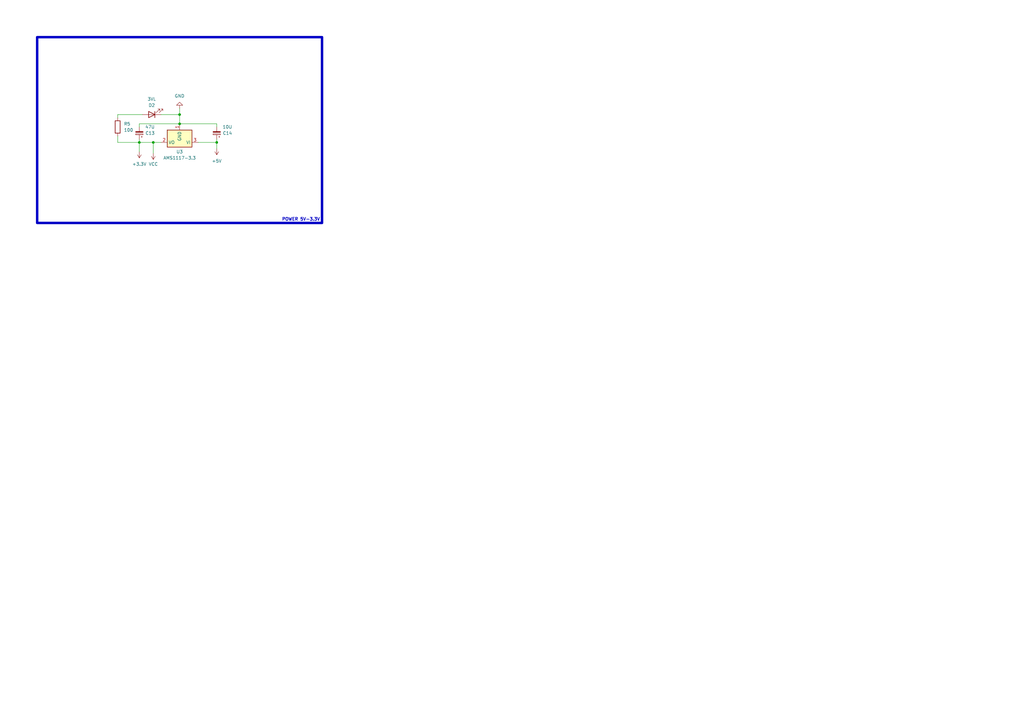
<source format=kicad_sch>
(kicad_sch (version 20231120) (generator "eeschema") (generator_version "8.0")
  (paper "A3")
  (lib_symbols
    (symbol "Device:C_Polarized_Small" (pin_numbers hide) (pin_names (offset 0.254) hide)
      (property "Reference" "C" (at 0.254 1.778 0))
      (property "Value" "C_Polarized_Small" (at 0.254 -2.032 0))
      (symbol "C_Polarized_Small_0_1"
        (rectangle (start -1.524 -0.3048) (end 1.524 -0.6858) (fill (type outline)))
        (rectangle (start -1.524 0.6858) (end 1.524 0.3048))
        (polyline (pts (xy -1.27 1.524) (xy -0.762 1.524)))
        (polyline (pts (xy -1.016 1.27) (xy -1.016 1.778)))
      )
      (symbol "C_Polarized_Small_1_1"
        (pin passive line (at 0 2.54 270) (length 1.8542) (name "~") (number "1"))
        (pin passive line (at 0 -2.54 90) (length 1.8542) (name "~") (number "2"))
      )
    )
    (symbol "Device:LED" (pin_numbers hide) (pin_names (offset 1.016) hide)
      (property "Reference" "D" (at 0 2.54 0))
      (property "Value" "LED" (at 0 -2.54 0))
      (symbol "LED_0_1"
        (polyline (pts (xy -1.27 -1.27) (xy -1.27 1.27)) (stroke (width 0.254)))
        (polyline (pts (xy -1.27 0) (xy 1.27 0)))
        (polyline (pts (xy 1.27 -1.27) (xy 1.27 1.27) (xy -1.27 0) (xy 1.27 -1.27)) (stroke (width 0.254)))
        (polyline (pts (xy -3.048 -0.762) (xy -4.572 -2.286) (xy -3.81 -2.286) (xy -4.572 -2.286) (xy -4.572 -1.524)))
        (polyline (pts (xy -1.778 -0.762) (xy -3.302 -2.286) (xy -2.54 -2.286) (xy -3.302 -2.286) (xy -3.302 -1.524)))
      )
      (symbol "LED_1_1"
        (pin passive line (at -3.81 0 0) (length 2.54) (name "K") (number "1"))
        (pin passive line (at 3.81 0 180) (length 2.54) (name "A") (number "2"))
      )
    )
    (symbol "Device:R" (pin_numbers hide) (pin_names (offset 0))
      (property "Reference" "R" (at 2.032 0 90))
      (property "Value" "R" (at 0 0 90))
      (symbol "R_0_1"
        (rectangle (start -1.016 -2.54) (end 1.016 2.54) (stroke (width 0.254)))
      )
      (symbol "R_1_1"
        (pin passive line (at 0 3.81 270) (length 1.27) (name "~") (number "1"))
        (pin passive line (at 0 -3.81 90) (length 1.27) (name "~") (number "2"))
      )
    )
    (symbol "Regulator_Linear:AMS1117-3.3"
      (property "Reference" "U" (at -3.81 3.175 0))
      (property "Value" "AMS1117-3.3" (at 0 3.175 0))
      (symbol "AMS1117-3.3_0_1"
        (rectangle (start -5.08 -5.08) (end 5.08 1.905) (stroke (width 0.254)) (fill (type background)))
      )
      (symbol "AMS1117-3.3_1_1"
        (pin power_in line (at 0 -7.62 90) (length 2.54) (name "GND") (number "1"))
        (pin power_out line (at 7.62 0 180) (length 2.54) (name "VO") (number "2"))
        (pin power_in line (at -7.62 0 0) (length 2.54) (name "VI") (number "3"))
      )
    )
    (symbol "power:+3.3V" (power) (pin_names (offset 0))
      (property "Value" "+3.3V" (at 0 3.556 0))
      (symbol "+3.3V_0_1"
        (polyline (pts (xy -0.762 1.27) (xy 0 2.54)))
        (polyline (pts (xy 0 0) (xy 0 2.54)))
        (polyline (pts (xy 0 2.54) (xy 0.762 1.27)))
      )
      (symbol "+3.3V_1_1"
        (pin power_in line (at 0 0 90) (length 0) hide (name "+3.3V") (number "1"))
      )
    )
    (symbol "power:+5V" (power) (pin_names (offset 0))
      (property "Value" "+5V" (at 0 3.556 0))
      (symbol "+5V_0_1"
        (polyline (pts (xy -0.762 1.27) (xy 0 2.54)))
        (polyline (pts (xy 0 0) (xy 0 2.54)))
        (polyline (pts (xy 0 2.54) (xy 0.762 1.27)))
      )
      (symbol "+5V_1_1"
        (pin power_in line (at 0 0 90) (length 0) hide (name "+5V") (number "1"))
      )
    )
    (symbol "power:GND" (power) (pin_names (offset 0))
      (property "Value" "GND" (at 0 -3.81 0))
      (symbol "GND_0_1"
        (polyline (pts (xy 0 0) (xy 0 -1.27) (xy 1.27 -1.27) (xy 0 -2.54) (xy -1.27 -1.27) (xy 0 -1.27)))
      )
      (symbol "GND_1_1"
        (pin power_in line (at 0 0 270) (length 0) hide (name "GND") (number "1"))
      )
    )
    (symbol "power:VCC" (power) (pin_names (offset 0))
      (property "Value" "VCC" (at 0 3.81 0))
      (symbol "VCC_0_1"
        (polyline (pts (xy -0.762 1.27) (xy 0 2.54)))
        (polyline (pts (xy 0 0) (xy 0 2.54)))
        (polyline (pts (xy 0 2.54) (xy 0.762 1.27)))
      )
      (symbol "VCC_1_1"
        (pin power_in line (at 0 0 90) (length 0) hide (name "VCC") (number "1"))
      )
    )
  )
  (junction (at 62.865 58.42))
  (junction (at 88.9 58.42))
  (junction (at 73.66 50.8))
  (junction (at 57.15 58.42))
  (junction (at 73.66 46.99))
  (wire (pts (xy 73.66 44.45) (xy 73.66 46.99)))
  (wire (pts (xy 81.28 58.42) (xy 88.9 58.42)))
  (wire (pts (xy 57.15 57.15) (xy 57.15 58.42)))
  (wire (pts (xy 48.26 46.99) (xy 48.26 48.26)))
  (wire (pts (xy 57.15 58.42) (xy 57.15 62.23)))
  (wire (pts (xy 48.26 46.99) (xy 58.42 46.99)))
  (wire (pts (xy 73.66 50.8) (xy 88.9 50.8)))
  (wire (pts (xy 88.9 58.42) (xy 88.9 60.96)))
  (wire (pts (xy 48.26 58.42) (xy 57.15 58.42)))
  (wire (pts (xy 57.15 50.8) (xy 57.15 52.07)))
  (wire (pts (xy 48.26 55.88) (xy 48.26 58.42)))
  (wire (pts (xy 88.9 50.8) (xy 88.9 52.07)))
  (wire (pts (xy 66.04 46.99) (xy 73.66 46.99)))
  (wire (pts (xy 73.66 46.99) (xy 73.66 50.8)))
  (wire (pts (xy 62.865 58.42) (xy 66.04 58.42)))
  (wire (pts (xy 62.865 58.42) (xy 62.865 62.865)))
  (wire (pts (xy 57.15 58.42) (xy 62.865 58.42)))
  (wire (pts (xy 57.15 50.8) (xy 73.66 50.8)))
  (wire (pts (xy 88.9 57.15) (xy 88.9 58.42)))
  (rectangle (start 15.24 15.24) (end 132.08 91.44) (stroke (width 1)))
  (text "POWER 5V-3.3V" (at 115.57 90.805 0) (effects (font (size 1.27 1.27) (thickness 0.254) (bold yes)) (justify left bottom)))
  (symbol (lib_id "power:+3.3V") (at 57.15 62.23 180) (unit 1)
    (property "Reference" "#PWR020" (effects (hide yes)))
    (property "Value" "+3.3V" (at 57.15 67.31 0))
  )
  (symbol (lib_id "power:+5V") (at 88.9 60.96 180) (unit 1)
    (property "Reference" "#PWR025" (effects (hide yes)))
    (property "Value" "+5V" (at 88.9 66.04 0))
  )
  (symbol (lib_id "power:VCC") (at 62.865 62.865 180) (unit 1)
    (property "Reference" "#PWR021" (effects (hide yes)))
    (property "Value" "VCC" (at 62.865 67.31 0))
  )
  (symbol (lib_id "Device:C_Polarized_Small") (at 88.9 54.61 180) (unit 1)
    (property "Reference" "C14" (at 95.25 54.61 0) (effects (justify left)))
    (property "Value" "10U" (at 95.25 52.07 0) (effects (justify left)))
    (property "Footprint" "Capacitor_SMD:C_0805_2012Metric_Pad1.18x1.45mm_HandSolder" (effects (hide yes)))
  )
  (symbol (lib_id "Device:R") (at 48.26 52.07 0) (unit 1)
    (property "Reference" "R5" (at 50.8 50.8 0) (effects (justify left)))
    (property "Value" "100" (at 50.8 53.34 0) (effects (justify left)))
    (property "Footprint" "Resistor_SMD:R_0805_2012Metric_Pad1.20x1.40mm_HandSolder" (effects (hide yes)))
  )
  (symbol (lib_id "power:GND") (at 73.66 44.45 180) (unit 1)
    (property "Reference" "#PWR023" (effects (hide yes)))
    (property "Value" "GND" (at 73.66 39.37 0))
  )
  (symbol (lib_id "Device:C_Polarized_Small") (at 57.15 54.61 180) (unit 1)
    (property "Reference" "C13" (at 63.5 54.61 0) (effects (justify left)))
    (property "Value" "47U" (at 63.5 52.07 0) (effects (justify left)))
    (property "Footprint" "Capacitor_SMD:C_0805_2012Metric_Pad1.18x1.45mm_HandSolder" (effects (hide yes)))
  )
  (symbol (lib_id "Regulator_Linear:AMS1117-3.3") (at 73.66 58.42 180) (unit 1)
    (property "Reference" "U3" (at 73.66 62.23 0))
    (property "Value" "AMS1117-3.3" (at 73.66 64.77 0))
    (property "Footprint" "Package_TO_SOT_SMD:SOT-223-3_TabPin2" (effects (hide yes)))
    (property "Datasheet" "http://www.advanced-monolithic.com/pdf/ds1117.pdf" (effects (hide yes)))
  )
  (symbol (lib_id "Device:LED") (at 62.23 46.99 180) (unit 1)
    (property "Reference" "D2" (at 62.23 43.18 0))
    (property "Value" "3VL" (at 62.23 40.64 0))
    (property "Footprint" "LED_SMD:LED_0805_2012Metric_Pad1.15x1.40mm_HandSolder" (effects (hide yes)))
  )
)
</source>
